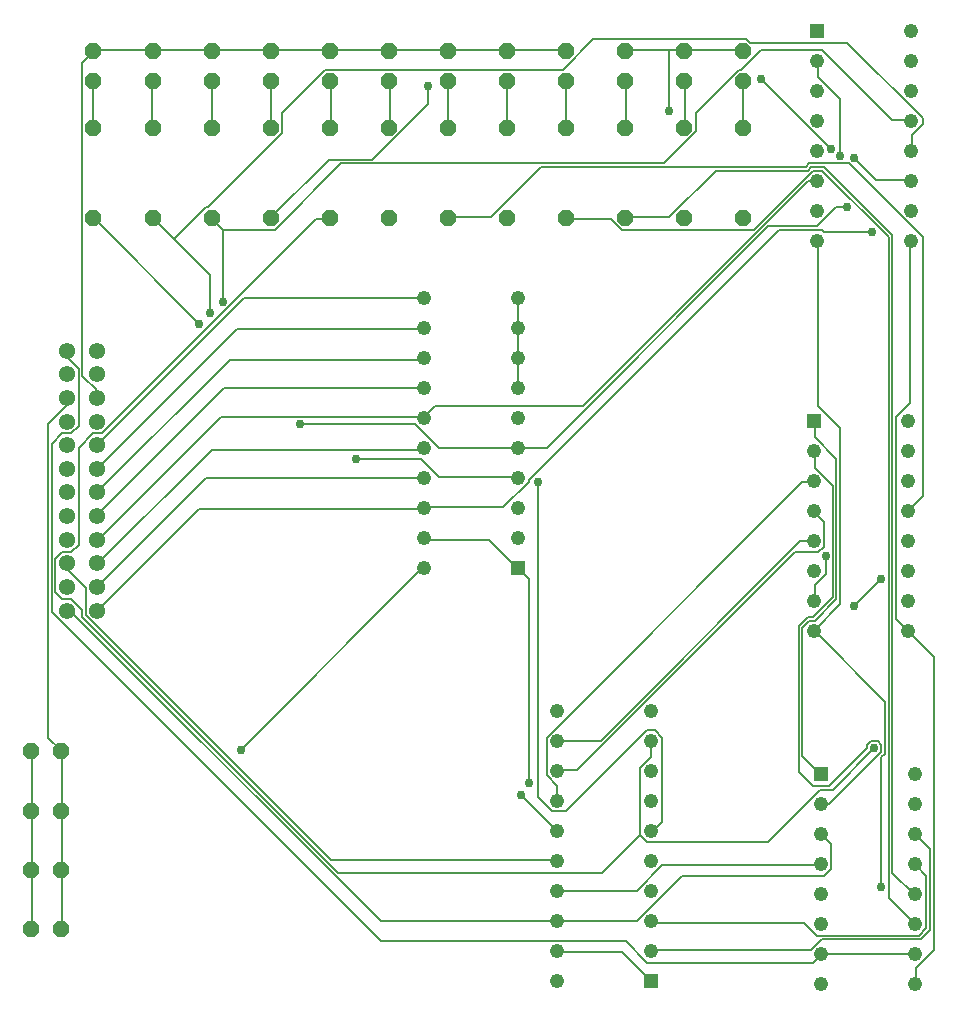
<source format=gbr>
G04 EAGLE Gerber RS-274X export*
G75*
%MOMM*%
%FSLAX34Y34*%
%LPD*%
%INTop Copper*%
%IPPOS*%
%AMOC8*
5,1,8,0,0,1.08239X$1,22.5*%
G01*
%ADD10R,1.238000X1.238000*%
%ADD11C,1.238000*%
%ADD12C,1.381000*%
%ADD13P,1.429621X8X292.500000*%
%ADD14P,1.429621X8X112.500000*%
%ADD15P,1.429621X8X22.500000*%
%ADD16C,0.152400*%
%ADD17C,0.756400*%


D10*
X602200Y95400D03*
D11*
X602200Y120800D03*
X602200Y146200D03*
X602200Y171600D03*
X602200Y197000D03*
X602200Y222400D03*
X602200Y247800D03*
X602200Y273200D03*
X602200Y298600D03*
X602200Y324000D03*
X522800Y324000D03*
X522800Y298600D03*
X522800Y273200D03*
X522800Y247800D03*
X522800Y222400D03*
X522800Y197000D03*
X522800Y171600D03*
X522800Y146200D03*
X522800Y120800D03*
X522800Y95400D03*
D10*
X489200Y445400D03*
D11*
X489200Y470800D03*
X489200Y496200D03*
X489200Y521600D03*
X489200Y547000D03*
X489200Y572400D03*
X489200Y597800D03*
X489200Y623200D03*
X489200Y648600D03*
X489200Y674000D03*
X409800Y674000D03*
X409800Y648600D03*
X409800Y623200D03*
X409800Y597800D03*
X409800Y572400D03*
X409800Y547000D03*
X409800Y521600D03*
X409800Y496200D03*
X409800Y470800D03*
X409800Y445400D03*
D12*
X107900Y409300D03*
X132900Y409300D03*
X107900Y429300D03*
X132900Y429300D03*
X107900Y449300D03*
X132900Y449300D03*
X107900Y469300D03*
X132900Y469300D03*
X107900Y489300D03*
X132900Y489300D03*
X107900Y509300D03*
X132900Y509300D03*
X107900Y529300D03*
X132900Y529300D03*
X107900Y549300D03*
X132900Y549300D03*
X107900Y569300D03*
X132900Y569300D03*
X107900Y589300D03*
X132900Y589300D03*
X107900Y609300D03*
X132900Y609300D03*
X107900Y629300D03*
X132900Y629300D03*
D10*
X745800Y270500D03*
D11*
X745800Y245100D03*
X745800Y219700D03*
X745800Y194300D03*
X745800Y168900D03*
X745800Y143500D03*
X745800Y118100D03*
X745800Y92700D03*
X825200Y92700D03*
X825200Y118100D03*
X825200Y143500D03*
X825200Y168900D03*
X825200Y194300D03*
X825200Y219700D03*
X825200Y245100D03*
X825200Y270500D03*
D10*
X739800Y569900D03*
D11*
X739800Y544500D03*
X739800Y519100D03*
X739800Y493700D03*
X739800Y468300D03*
X739800Y442900D03*
X739800Y417500D03*
X739800Y392100D03*
X819200Y392100D03*
X819200Y417500D03*
X819200Y442900D03*
X819200Y468300D03*
X819200Y493700D03*
X819200Y519100D03*
X819200Y544500D03*
X819200Y569900D03*
D10*
X742800Y899900D03*
D11*
X742800Y874500D03*
X742800Y849100D03*
X742800Y823700D03*
X742800Y798300D03*
X742800Y772900D03*
X742800Y747500D03*
X742800Y722100D03*
X822200Y722100D03*
X822200Y747500D03*
X822200Y772900D03*
X822200Y798300D03*
X822200Y823700D03*
X822200Y849100D03*
X822200Y874500D03*
X822200Y899900D03*
D13*
X630000Y818100D03*
X630000Y741900D03*
X580000Y818100D03*
X580000Y741900D03*
X530000Y818100D03*
X530000Y741900D03*
X480000Y818100D03*
X480000Y741900D03*
X430000Y818100D03*
X430000Y741900D03*
X380000Y818100D03*
X380000Y741900D03*
X330000Y818100D03*
X330000Y741900D03*
X280000Y818100D03*
X280000Y741900D03*
X230000Y818100D03*
X230000Y741900D03*
X180000Y818100D03*
X180000Y741900D03*
X130000Y818100D03*
X130000Y741900D03*
X680000Y818100D03*
X680000Y741900D03*
D14*
X130000Y857300D03*
X130000Y882700D03*
X630000Y857300D03*
X630000Y882700D03*
X580000Y857300D03*
X580000Y882700D03*
X530000Y857300D03*
X530000Y882700D03*
X480000Y857300D03*
X480000Y882700D03*
X430000Y857300D03*
X430000Y882700D03*
X380000Y857300D03*
X380000Y882700D03*
X330000Y857300D03*
X330000Y882700D03*
X280000Y857300D03*
X280000Y882700D03*
X230000Y857300D03*
X230000Y882700D03*
X180000Y857300D03*
X180000Y882700D03*
X680000Y857300D03*
X680000Y882700D03*
D15*
X77300Y290000D03*
X102700Y290000D03*
X77300Y240000D03*
X102700Y240000D03*
X77300Y190000D03*
X102700Y190000D03*
X77300Y140000D03*
X102700Y140000D03*
D16*
X524256Y146304D02*
X589788Y146304D01*
X627888Y184404D01*
X748284Y184404D01*
X754380Y190500D01*
X754380Y211836D01*
X746760Y219456D01*
X524256Y146304D02*
X522800Y146200D01*
X745800Y219700D02*
X746760Y219456D01*
X111252Y408432D02*
X108204Y408432D01*
X111252Y408432D02*
X373380Y146304D01*
X522732Y146304D01*
X108204Y408432D02*
X107900Y409300D01*
X522732Y146304D02*
X522800Y146200D01*
X524256Y172212D02*
X589788Y172212D01*
X611124Y193548D01*
X745236Y193548D01*
X524256Y172212D02*
X522800Y171600D01*
X745236Y193548D02*
X745800Y194300D01*
X108204Y443484D02*
X108204Y448056D01*
X108204Y443484D02*
X123444Y428244D01*
X123444Y405384D01*
X330708Y198120D01*
X522732Y198120D01*
X108204Y448056D02*
X107900Y449300D01*
X522732Y198120D02*
X522800Y197000D01*
X522732Y222504D02*
X492252Y252984D01*
X522732Y222504D02*
X522800Y222400D01*
D17*
X492252Y252984D03*
D16*
X522732Y248412D02*
X522732Y260604D01*
X513588Y269748D01*
X513588Y301752D01*
X729996Y518160D01*
X739140Y518160D01*
X522732Y248412D02*
X522800Y247800D01*
X739140Y518160D02*
X739800Y519100D01*
X539496Y274320D02*
X524256Y274320D01*
X539496Y274320D02*
X723900Y458724D01*
X743712Y458724D01*
X748284Y463296D01*
X748284Y484632D01*
X740664Y492252D01*
X524256Y274320D02*
X522800Y273200D01*
X740664Y492252D02*
X739800Y493700D01*
X559308Y298704D02*
X524256Y298704D01*
X559308Y298704D02*
X728472Y467868D01*
X739140Y467868D01*
X524256Y298704D02*
X522800Y298600D01*
X739140Y467868D02*
X739800Y468300D01*
X408432Y495300D02*
X219456Y495300D01*
X134112Y409956D01*
X408432Y495300D02*
X409800Y496200D01*
X134112Y409956D02*
X132900Y409300D01*
X748284Y729996D02*
X789432Y729996D01*
X748284Y729996D02*
X746760Y731520D01*
X710184Y731520D01*
X498348Y519684D01*
X498348Y518160D01*
X477012Y496824D01*
X409956Y496824D01*
X409800Y496200D01*
D17*
X789432Y729996D03*
D16*
X408432Y521208D02*
X225552Y521208D01*
X134112Y429768D01*
X408432Y521208D02*
X409800Y521600D01*
X134112Y429768D02*
X132900Y429300D01*
X230124Y545592D02*
X408432Y545592D01*
X230124Y545592D02*
X134112Y449580D01*
X408432Y545592D02*
X409800Y547000D01*
X134112Y449580D02*
X132900Y449300D01*
X237744Y573024D02*
X408432Y573024D01*
X237744Y573024D02*
X134112Y469392D01*
X408432Y573024D02*
X409800Y572400D01*
X134112Y469392D02*
X132900Y469300D01*
X734568Y772668D02*
X742188Y772668D01*
X734568Y772668D02*
X544068Y582168D01*
X419100Y582168D01*
X409956Y573024D01*
X742188Y772668D02*
X742800Y772900D01*
X409956Y573024D02*
X409800Y572400D01*
X603504Y121920D02*
X737616Y121920D01*
X746760Y131064D01*
X830580Y131064D01*
X838200Y138684D01*
X838200Y207264D01*
X826008Y219456D01*
X603504Y121920D02*
X602200Y120800D01*
X825200Y219700D02*
X826008Y219456D01*
X731520Y144780D02*
X603504Y144780D01*
X731520Y144780D02*
X742188Y134112D01*
X829056Y134112D01*
X835152Y140208D01*
X835152Y184404D01*
X826008Y193548D01*
X603504Y144780D02*
X602200Y146200D01*
X825200Y194300D02*
X826008Y193548D01*
X617220Y742188D02*
X580644Y742188D01*
X617220Y742188D02*
X656844Y781812D01*
X734568Y781812D01*
X737616Y784860D01*
X748284Y784860D01*
X806196Y726948D01*
X806196Y187452D01*
X824484Y169164D01*
X580000Y741900D02*
X580644Y742188D01*
X824484Y169164D02*
X825200Y168900D01*
X568452Y740664D02*
X530352Y740664D01*
X568452Y740664D02*
X577596Y731520D01*
X688848Y731520D01*
X739140Y781812D01*
X746760Y781812D01*
X803148Y725424D01*
X803148Y166116D01*
X824484Y144780D01*
X530352Y740664D02*
X530000Y741900D01*
X824484Y144780D02*
X825200Y143500D01*
X505968Y251460D02*
X505968Y518160D01*
X505968Y251460D02*
X518160Y239268D01*
X530352Y239268D01*
X598932Y307848D01*
X605028Y307848D01*
X611124Y301752D01*
X611124Y230124D01*
X603504Y222504D01*
X602200Y222400D01*
D17*
X505968Y518160D03*
D16*
X466344Y742188D02*
X431292Y742188D01*
X466344Y742188D02*
X509016Y784860D01*
X733044Y784860D01*
X736092Y787908D01*
X769620Y787908D01*
X832104Y725424D01*
X832104Y505968D01*
X819912Y493776D01*
X431292Y742188D02*
X430000Y741900D01*
X819200Y493700D02*
X819912Y493776D01*
X797052Y435864D02*
X774192Y413004D01*
D17*
X774192Y413004D03*
X797052Y435864D03*
D16*
X601980Y297180D02*
X601980Y284988D01*
X592836Y275844D01*
X592836Y219456D01*
X598932Y213360D01*
X701040Y213360D01*
X745236Y257556D01*
X755904Y257556D01*
X790956Y292608D01*
X602200Y298600D02*
X601980Y297180D01*
X329184Y740664D02*
X318516Y740664D01*
X137160Y559308D01*
X129540Y559308D01*
X117348Y547116D01*
X117348Y464820D01*
X111252Y458724D01*
X103632Y458724D01*
X97536Y452628D01*
X97536Y425196D01*
X103632Y419100D01*
X111252Y419100D01*
X120396Y409956D01*
X120396Y403860D01*
X336804Y187452D01*
X560832Y187452D01*
X592836Y219456D01*
X329184Y740664D02*
X330000Y741900D01*
D17*
X790956Y292608D03*
D16*
X239268Y670560D02*
X239268Y731520D01*
X230124Y740664D01*
X230000Y741900D01*
X806196Y824484D02*
X821436Y824484D01*
X806196Y824484D02*
X746760Y883920D01*
X694944Y883920D01*
X678180Y867156D01*
X676656Y867156D01*
X640080Y830580D01*
X640080Y815340D01*
X612648Y787908D01*
X339852Y787908D01*
X283464Y731520D01*
X239268Y731520D01*
X821436Y824484D02*
X822200Y823700D01*
D17*
X239268Y670560D03*
D16*
X422148Y522732D02*
X487680Y522732D01*
X422148Y522732D02*
X406908Y537972D01*
X352044Y537972D01*
X228600Y661416D02*
X228600Y693420D01*
X198120Y723900D02*
X181356Y740664D01*
X198120Y723900D02*
X228600Y693420D01*
X487680Y522732D02*
X489200Y521600D01*
X181356Y740664D02*
X180000Y741900D01*
X822960Y798576D02*
X822960Y812292D01*
X832104Y821436D01*
X832104Y826008D01*
X768096Y890016D01*
X685800Y890016D01*
X682752Y893064D01*
X553212Y893064D01*
X527304Y867156D01*
X326136Y867156D01*
X289560Y830580D01*
X289560Y813816D01*
X227076Y751332D01*
X225552Y751332D01*
X198120Y723900D01*
X822200Y798300D02*
X822960Y798576D01*
D17*
X352044Y537972D03*
X228600Y661416D03*
D16*
X422148Y547116D02*
X487680Y547116D01*
X422148Y547116D02*
X402336Y566928D01*
X304800Y566928D01*
X219456Y652272D02*
X131064Y740664D01*
X487680Y547116D02*
X489200Y547000D01*
X131064Y740664D02*
X130000Y741900D01*
X792480Y774192D02*
X821436Y774192D01*
X792480Y774192D02*
X774192Y792480D01*
X768096Y751332D02*
X758952Y751332D01*
X742188Y734568D01*
X701040Y734568D01*
X513588Y547116D01*
X489204Y547116D01*
X822200Y772900D02*
X821436Y774192D01*
X489204Y547116D02*
X489200Y547000D01*
D17*
X304800Y566928D03*
X219456Y652272D03*
X774192Y792480D03*
X768096Y751332D03*
D16*
X413004Y838200D02*
X413004Y853440D01*
X413004Y838200D02*
X365760Y790956D01*
X329184Y790956D01*
X280416Y742188D01*
X280000Y741900D01*
D17*
X413004Y853440D03*
D16*
X103632Y188976D02*
X103632Y140208D01*
X102700Y140000D01*
X103632Y188976D02*
X102700Y190000D01*
X254508Y291084D02*
X408432Y445008D01*
X409800Y445400D01*
X103632Y289560D02*
X103632Y240792D01*
X102700Y240000D01*
X103632Y289560D02*
X102700Y290000D01*
X106680Y582168D02*
X106680Y588264D01*
X106680Y582168D02*
X91440Y566928D01*
X91440Y301752D01*
X102108Y291084D01*
X106680Y588264D02*
X107900Y589300D01*
X102108Y291084D02*
X102700Y290000D01*
X103632Y239268D02*
X103632Y190500D01*
X102700Y190000D01*
X103632Y239268D02*
X102700Y240000D01*
D17*
X254508Y291084D03*
D16*
X489204Y598932D02*
X489204Y621792D01*
X489200Y623200D01*
X489204Y598932D02*
X489200Y597800D01*
X489204Y649224D02*
X489204Y673608D01*
X489204Y649224D02*
X489200Y648600D01*
X489204Y673608D02*
X489200Y674000D01*
X489204Y647700D02*
X489204Y623316D01*
X489200Y623200D01*
X489204Y647700D02*
X489200Y648600D01*
X797052Y284988D02*
X797052Y175260D01*
X797052Y284988D02*
X800100Y288036D01*
X800100Y332232D01*
X740664Y391668D01*
X739800Y392100D01*
X743712Y582168D02*
X743712Y720852D01*
X743712Y582168D02*
X762000Y563880D01*
X762000Y414528D01*
X740664Y393192D01*
X743712Y720852D02*
X742800Y722100D01*
X740664Y393192D02*
X739800Y392100D01*
X679704Y883920D02*
X630936Y883920D01*
X630000Y882700D01*
X679704Y883920D02*
X680000Y882700D01*
X429768Y883920D02*
X381000Y883920D01*
X380000Y882700D01*
X429768Y883920D02*
X430000Y882700D01*
X431292Y883920D02*
X478536Y883920D01*
X480000Y882700D01*
X431292Y883920D02*
X430000Y882700D01*
X480060Y883920D02*
X528828Y883920D01*
X530000Y882700D01*
X480060Y883920D02*
X480000Y882700D01*
X580644Y883920D02*
X617220Y883920D01*
X629412Y883920D01*
X630000Y882700D01*
X580644Y883920D02*
X580000Y882700D01*
X77724Y188976D02*
X77724Y140208D01*
X77300Y140000D01*
X77724Y188976D02*
X77300Y190000D01*
X77724Y240792D02*
X77724Y289560D01*
X77724Y240792D02*
X77300Y240000D01*
X77724Y289560D02*
X77300Y290000D01*
X77724Y239268D02*
X77724Y190500D01*
X77300Y190000D01*
X77724Y239268D02*
X77300Y240000D01*
X280416Y883920D02*
X329184Y883920D01*
X280416Y883920D02*
X280000Y882700D01*
X329184Y883920D02*
X330000Y882700D01*
X179832Y883920D02*
X131064Y883920D01*
X130000Y882700D01*
X179832Y883920D02*
X180000Y882700D01*
X181356Y883920D02*
X228600Y883920D01*
X230000Y882700D01*
X181356Y883920D02*
X180000Y882700D01*
X132588Y595884D02*
X132588Y589788D01*
X132588Y595884D02*
X120396Y608076D01*
X120396Y873252D01*
X129540Y882396D01*
X132588Y589788D02*
X132900Y589300D01*
X129540Y882396D02*
X130000Y882700D01*
X230124Y883920D02*
X278892Y883920D01*
X280000Y882700D01*
X230124Y883920D02*
X230000Y882700D01*
X330708Y883920D02*
X379476Y883920D01*
X380000Y882700D01*
X330708Y883920D02*
X330000Y882700D01*
X617220Y883920D02*
X617220Y832104D01*
D17*
X797052Y175260D03*
X617220Y832104D03*
D16*
X577596Y120396D02*
X524256Y120396D01*
X577596Y120396D02*
X601980Y96012D01*
X524256Y120396D02*
X522800Y120800D01*
X601980Y96012D02*
X602200Y95400D01*
X464820Y469392D02*
X409956Y469392D01*
X464820Y469392D02*
X487680Y446532D01*
X409956Y469392D02*
X409800Y470800D01*
X487680Y446532D02*
X489200Y445400D01*
X498348Y435864D02*
X498348Y263652D01*
X498348Y435864D02*
X489204Y445008D01*
X489200Y445400D01*
D17*
X498348Y263652D03*
D16*
X826008Y106680D02*
X826008Y92964D01*
X826008Y106680D02*
X841248Y121920D01*
X841248Y370332D01*
X819912Y391668D01*
X826008Y92964D02*
X825200Y92700D01*
X819912Y391668D02*
X819200Y392100D01*
X821436Y585216D02*
X821436Y720852D01*
X821436Y585216D02*
X809244Y573024D01*
X809244Y402336D01*
X818388Y393192D01*
X821436Y720852D02*
X822200Y722100D01*
X818388Y393192D02*
X819200Y392100D01*
X740664Y530352D02*
X740664Y544068D01*
X740664Y530352D02*
X755904Y515112D01*
X755904Y420624D01*
X739140Y403860D01*
X734568Y403860D01*
X726948Y396240D01*
X726948Y272796D01*
X739140Y260604D01*
X752856Y260604D01*
X784860Y292608D01*
X784860Y295656D01*
X787908Y298704D01*
X794004Y298704D01*
X797052Y295656D01*
X797052Y289560D01*
X752856Y245364D01*
X746760Y245364D01*
X740664Y544068D02*
X739800Y544500D01*
X746760Y245364D02*
X745800Y245100D01*
X743712Y861060D02*
X743712Y873252D01*
X743712Y861060D02*
X762000Y842772D01*
X762000Y794004D01*
X743712Y873252D02*
X742800Y874500D01*
D17*
X762000Y794004D03*
D16*
X740664Y568452D02*
X740664Y556260D01*
X758952Y537972D01*
X758952Y419100D01*
X740664Y400812D01*
X736092Y400812D01*
X729996Y394716D01*
X729996Y286512D01*
X745236Y271272D01*
X740664Y568452D02*
X739800Y569900D01*
X745236Y271272D02*
X745800Y270500D01*
X754380Y800100D02*
X694944Y859536D01*
D17*
X754380Y800100D03*
X694944Y859536D03*
D16*
X740664Y431292D02*
X740664Y417576D01*
X740664Y431292D02*
X749808Y440436D01*
X749808Y455676D01*
X740664Y417576D02*
X739800Y417500D01*
X746760Y118872D02*
X824484Y118872D01*
X746760Y118872D02*
X745800Y118100D01*
X824484Y118872D02*
X825200Y118100D01*
X108204Y623316D02*
X108204Y627888D01*
X108204Y623316D02*
X117348Y614172D01*
X117348Y565404D01*
X111252Y559308D01*
X103632Y559308D01*
X94488Y550164D01*
X94488Y408432D01*
X373380Y129540D01*
X580644Y129540D01*
X598932Y111252D01*
X739140Y111252D01*
X745236Y117348D01*
X108204Y627888D02*
X107900Y629300D01*
X745800Y118100D02*
X745236Y117348D01*
D17*
X749808Y455676D03*
D16*
X679704Y818388D02*
X679704Y856488D01*
X679704Y818388D02*
X680000Y818100D01*
X679704Y856488D02*
X680000Y857300D01*
X630936Y856488D02*
X630936Y818388D01*
X630000Y818100D01*
X630936Y856488D02*
X630000Y857300D01*
X580644Y856488D02*
X580644Y818388D01*
X580000Y818100D01*
X580644Y856488D02*
X580000Y857300D01*
X530352Y856488D02*
X530352Y818388D01*
X530000Y818100D01*
X530352Y856488D02*
X530000Y857300D01*
X480060Y856488D02*
X480060Y818388D01*
X480000Y818100D01*
X480060Y856488D02*
X480000Y857300D01*
X429768Y856488D02*
X429768Y818388D01*
X430000Y818100D01*
X429768Y856488D02*
X430000Y857300D01*
X381000Y856488D02*
X381000Y818388D01*
X380000Y818100D01*
X381000Y856488D02*
X380000Y857300D01*
X330708Y856488D02*
X330708Y818388D01*
X330000Y818100D01*
X330708Y856488D02*
X330000Y857300D01*
X280416Y856488D02*
X280416Y818388D01*
X280000Y818100D01*
X280416Y856488D02*
X280000Y857300D01*
X230124Y856488D02*
X230124Y818388D01*
X230000Y818100D01*
X230124Y856488D02*
X230000Y857300D01*
X179832Y856488D02*
X179832Y818388D01*
X180000Y818100D01*
X179832Y856488D02*
X180000Y857300D01*
X129540Y856488D02*
X129540Y818388D01*
X130000Y818100D01*
X129540Y856488D02*
X130000Y857300D01*
X240792Y597408D02*
X408432Y597408D01*
X240792Y597408D02*
X134112Y490728D01*
X408432Y597408D02*
X409800Y597800D01*
X134112Y490728D02*
X132900Y489300D01*
X245364Y621792D02*
X408432Y621792D01*
X245364Y621792D02*
X134112Y510540D01*
X408432Y621792D02*
X409800Y623200D01*
X134112Y510540D02*
X132900Y509300D01*
X251460Y647700D02*
X408432Y647700D01*
X251460Y647700D02*
X134112Y530352D01*
X408432Y647700D02*
X409800Y648600D01*
X134112Y530352D02*
X132900Y529300D01*
X257556Y673608D02*
X408432Y673608D01*
X257556Y673608D02*
X134112Y550164D01*
X408432Y673608D02*
X409800Y674000D01*
X134112Y550164D02*
X132900Y549300D01*
M02*

</source>
